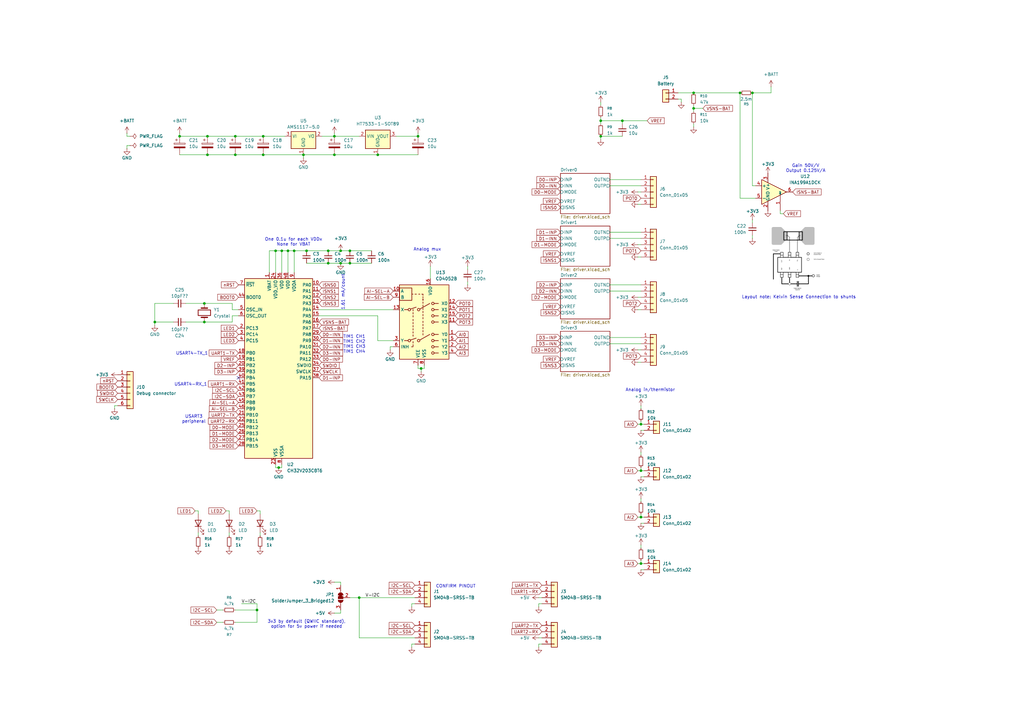
<source format=kicad_sch>
(kicad_sch (version 20250114) (generator "eeschema") (generator_version "9.0")
  (paper "A3")
  (text "Analog mux" (at 175.26 102.362 0) (effects (font (size 1.27 1.27))))
  (text "USART4-TX_1" (at 78.74 145.034 0) (effects (font (size 1.27 1.27))))
  (text "Analog in/thermistor" (at 266.7 160.02 0) (effects (font (size 1.27 1.27))))
  (text "USART4-RX_1" (at 78.232 157.734 0) (effects (font (size 1.27 1.27))))
  (text "Gain 50V/V\nOutput 0.125V/A" (at 330.454 69.088 0) (effects (font (size 1.27 1.27))))
  (text "1.61 mA/count" (at 140.716 119.888 90) (effects (font (size 1.27 1.27))))
  (text "Layout note: Kelvin Sense Connection to shunts" (at 327.66 121.92 0) (effects (font (size 1.27 1.27))))
  (text "CONFIRM PINOUT" (at 186.944 240.538 0) (effects (font (size 1.27 1.27))))
  (text "One 0.1u for each VDDx\nNone for VBAT" (at 120.396 99.314 0) (effects (font (size 1.27 1.27))))
  (text "3v3 by default (QWIIC standard),\noption for 5v power if needed" (at 125.73 256.032 0) (effects (font (size 1.27 1.27))))
  (text "USART3\nperipheral" (at 79.502 171.958 0) (effects (font (size 1.27 1.27))))
  (text "TIM1 CH1\nTIM1 CH2\nTIM1 CH3\nTIM1 CH4" (at 145.288 141.224 0) (effects (font (size 1.27 1.27))))
  (junction (at 83.82 132.08))
  (junction (at 120.65 102.87))
  (junction (at 308.61 38.1))
  (junction (at 255.27 49.53))
  (junction (at 246.38 49.53))
  (junction (at 134.62 102.87))
  (junction (at 107.95 63.5))
  (junction (at 262.89 231.14))
  (junction (at 139.7 102.87))
  (junction (at 115.57 102.87))
  (junction (at 284.48 44.45))
  (junction (at 83.82 124.46))
  (junction (at 262.89 193.04))
  (junction (at 105.41 250.19))
  (junction (at 85.09 63.5))
  (junction (at 139.7 107.95))
  (junction (at 85.09 55.88))
  (junction (at 303.53 38.1))
  (junction (at 96.52 55.88))
  (junction (at 143.51 102.87))
  (junction (at 137.16 63.5))
  (junction (at 171.45 55.88))
  (junction (at 172.72 151.13))
  (junction (at 63.5 132.08))
  (junction (at 262.89 173.99))
  (junction (at 107.95 55.88))
  (junction (at 96.52 63.5))
  (junction (at 124.46 63.5))
  (junction (at 147.32 245.11))
  (junction (at 114.3 191.77))
  (junction (at 143.51 107.95))
  (junction (at 118.11 102.87))
  (junction (at 284.48 38.1))
  (junction (at 125.73 102.87))
  (junction (at 262.89 212.09))
  (junction (at 246.38 55.88))
  (junction (at 134.62 107.95))
  (junction (at 154.94 63.5))
  (junction (at 113.03 102.87))
  (junction (at 137.16 55.88))
  (junction (at 73.66 55.88))
  (no_connect (at 97.79 154.94))
  (wire (pts (xy 73.66 63.5) (xy 85.09 63.5)))
  (wire (pts (xy 154.94 63.5) (xy 171.45 63.5)))
  (wire (pts (xy 120.65 102.87) (xy 125.73 102.87)))
  (wire (pts (xy 250.19 97.79) (xy 262.89 97.79)))
  (wire (pts (xy 97.79 129.54) (xy 95.25 129.54)))
  (wire (pts (xy 46.99 166.37) (xy 48.26 166.37)))
  (wire (pts (xy 118.11 111.76) (xy 118.11 102.87)))
  (wire (pts (xy 154.94 129.54) (xy 154.94 139.7)))
  (wire (pts (xy 139.7 107.95) (xy 143.51 107.95)))
  (wire (pts (xy 113.03 190.5) (xy 113.03 191.77)))
  (wire (pts (xy 262.89 214.63) (xy 264.16 214.63)))
  (wire (pts (xy 308.61 96.52) (xy 308.61 97.79)))
  (wire (pts (xy 63.5 132.08) (xy 63.5 133.35)))
  (wire (pts (xy 220.98 264.16) (xy 220.98 265.43)))
  (wire (pts (xy 96.52 55.88) (xy 107.95 55.88)))
  (wire (pts (xy 262.89 185.42) (xy 262.89 186.69)))
  (wire (pts (xy 168.91 247.65) (xy 168.91 248.92)))
  (wire (pts (xy 261.62 193.04) (xy 262.89 193.04)))
  (wire (pts (xy 220.98 261.62) (xy 222.25 261.62)))
  (wire (pts (xy 113.03 191.77) (xy 114.3 191.77)))
  (wire (pts (xy 255.27 50.8) (xy 255.27 49.53)))
  (wire (pts (xy 113.03 102.87) (xy 115.57 102.87)))
  (wire (pts (xy 107.95 63.5) (xy 124.46 63.5)))
  (wire (pts (xy 81.28 209.55) (xy 81.28 210.82)))
  (wire (pts (xy 261.62 143.51) (xy 262.89 143.51)))
  (wire (pts (xy 96.52 255.27) (xy 105.41 255.27)))
  (wire (pts (xy 143.51 107.95) (xy 152.4 107.95)))
  (wire (pts (xy 191.77 115.57) (xy 191.77 116.84)))
  (wire (pts (xy 261.62 100.33) (xy 262.89 100.33)))
  (wire (pts (xy 308.61 76.2) (xy 309.88 76.2)))
  (wire (pts (xy 52.07 59.69) (xy 52.07 60.96)))
  (wire (pts (xy 320.04 87.63) (xy 320.04 86.36)))
  (wire (pts (xy 113.03 111.76) (xy 113.03 102.87)))
  (wire (pts (xy 137.16 238.76) (xy 139.7 238.76)))
  (wire (pts (xy 107.95 55.88) (xy 116.84 55.88)))
  (wire (pts (xy 246.38 55.88) (xy 246.38 57.15)))
  (wire (pts (xy 110.49 111.76) (xy 110.49 102.87)))
  (wire (pts (xy 137.16 55.88) (xy 147.32 55.88)))
  (wire (pts (xy 303.53 81.28) (xy 309.88 81.28)))
  (wire (pts (xy 160.02 142.24) (xy 161.29 142.24)))
  (wire (pts (xy 264.16 193.04) (xy 262.89 193.04)))
  (wire (pts (xy 81.28 218.44) (xy 81.28 219.71)))
  (wire (pts (xy 52.07 54.61) (xy 52.07 55.88)))
  (wire (pts (xy 220.98 245.11) (xy 222.25 245.11)))
  (wire (pts (xy 261.62 231.14) (xy 262.89 231.14)))
  (wire (pts (xy 168.91 264.16) (xy 168.91 265.43)))
  (wire (pts (xy 246.38 49.53) (xy 246.38 50.8)))
  (wire (pts (xy 46.99 167.64) (xy 46.99 166.37)))
  (wire (pts (xy 115.57 102.87) (xy 118.11 102.87)))
  (wire (pts (xy 316.23 35.56) (xy 316.23 38.1)))
  (wire (pts (xy 106.68 218.44) (xy 106.68 219.71)))
  (wire (pts (xy 96.52 63.5) (xy 107.95 63.5)))
  (wire (pts (xy 134.62 107.95) (xy 139.7 107.95)))
  (wire (pts (xy 137.16 63.5) (xy 154.94 63.5)))
  (wire (pts (xy 52.07 55.88) (xy 53.34 55.88)))
  (wire (pts (xy 143.51 245.11) (xy 147.32 245.11)))
  (wire (pts (xy 262.89 204.47) (xy 262.89 205.74)))
  (wire (pts (xy 222.25 264.16) (xy 220.98 264.16)))
  (wire (pts (xy 105.41 247.65) (xy 99.06 247.65)))
  (wire (pts (xy 250.19 140.97) (xy 262.89 140.97)))
  (wire (pts (xy 261.62 212.09) (xy 262.89 212.09)))
  (wire (pts (xy 222.25 247.65) (xy 220.98 247.65)))
  (wire (pts (xy 321.31 87.63) (xy 320.04 87.63)))
  (wire (pts (xy 255.27 49.53) (xy 246.38 49.53)))
  (wire (pts (xy 278.13 38.1) (xy 284.48 38.1)))
  (wire (pts (xy 262.89 231.14) (xy 262.89 229.87)))
  (wire (pts (xy 137.16 55.88) (xy 132.08 55.88)))
  (wire (pts (xy 262.89 195.58) (xy 264.16 195.58)))
  (wire (pts (xy 154.94 139.7) (xy 161.29 139.7)))
  (wire (pts (xy 262.89 212.09) (xy 262.89 210.82)))
  (wire (pts (xy 139.7 102.87) (xy 143.51 102.87)))
  (wire (pts (xy 93.98 218.44) (xy 93.98 219.71)))
  (wire (pts (xy 88.9 255.27) (xy 91.44 255.27)))
  (wire (pts (xy 261.62 127) (xy 262.89 127)))
  (wire (pts (xy 124.46 63.5) (xy 137.16 63.5)))
  (wire (pts (xy 261.62 121.92) (xy 262.89 121.92)))
  (wire (pts (xy 130.81 129.54) (xy 154.94 129.54)))
  (wire (pts (xy 139.7 238.76) (xy 139.7 240.03)))
  (wire (pts (xy 191.77 109.22) (xy 191.77 110.49)))
  (wire (pts (xy 160.02 143.51) (xy 160.02 142.24)))
  (wire (pts (xy 250.19 73.66) (xy 262.89 73.66)))
  (wire (pts (xy 95.25 132.08) (xy 83.82 132.08)))
  (wire (pts (xy 261.62 148.59) (xy 262.89 148.59)))
  (wire (pts (xy 139.7 251.46) (xy 139.7 250.19)))
  (wire (pts (xy 73.66 55.88) (xy 85.09 55.88)))
  (wire (pts (xy 124.46 64.77) (xy 124.46 63.5)))
  (wire (pts (xy 261.62 173.99) (xy 262.89 173.99)))
  (wire (pts (xy 170.18 247.65) (xy 168.91 247.65)))
  (wire (pts (xy 71.12 124.46) (xy 63.5 124.46)))
  (wire (pts (xy 246.38 48.26) (xy 246.38 49.53)))
  (wire (pts (xy 115.57 102.87) (xy 115.57 111.76)))
  (wire (pts (xy 171.45 151.13) (xy 172.72 151.13)))
  (wire (pts (xy 80.01 209.55) (xy 81.28 209.55)))
  (wire (pts (xy 284.48 44.45) (xy 284.48 45.72)))
  (wire (pts (xy 284.48 50.8) (xy 284.48 52.07)))
  (wire (pts (xy 250.19 116.84) (xy 262.89 116.84)))
  (wire (pts (xy 261.62 83.82) (xy 262.89 83.82)))
  (wire (pts (xy 278.13 40.64) (xy 279.4 40.64)))
  (wire (pts (xy 162.56 55.88) (xy 171.45 55.88)))
  (wire (pts (xy 143.51 102.87) (xy 152.4 102.87)))
  (wire (pts (xy 137.16 251.46) (xy 139.7 251.46)))
  (wire (pts (xy 261.62 78.74) (xy 262.89 78.74)))
  (wire (pts (xy 262.89 166.37) (xy 262.89 167.64)))
  (wire (pts (xy 76.2 124.46) (xy 83.82 124.46)))
  (wire (pts (xy 250.19 76.2) (xy 262.89 76.2)))
  (wire (pts (xy 95.25 127) (xy 95.25 124.46)))
  (wire (pts (xy 63.5 124.46) (xy 63.5 132.08)))
  (wire (pts (xy 173.99 151.13) (xy 172.72 151.13)))
  (wire (pts (xy 125.73 102.87) (xy 134.62 102.87)))
  (wire (pts (xy 255.27 49.53) (xy 265.43 49.53)))
  (wire (pts (xy 284.48 38.1) (xy 303.53 38.1)))
  (wire (pts (xy 308.61 38.1) (xy 308.61 76.2)))
  (wire (pts (xy 114.3 191.77) (xy 115.57 191.77)))
  (wire (pts (xy 262.89 233.68) (xy 264.16 233.68)))
  (wire (pts (xy 220.98 247.65) (xy 220.98 248.92)))
  (wire (pts (xy 250.19 138.43) (xy 262.89 138.43)))
  (wire (pts (xy 93.98 209.55) (xy 92.71 209.55)))
  (wire (pts (xy 106.68 209.55) (xy 105.41 209.55)))
  (wire (pts (xy 120.65 102.87) (xy 120.65 111.76)))
  (wire (pts (xy 264.16 173.99) (xy 262.89 173.99)))
  (wire (pts (xy 97.79 127) (xy 95.25 127)))
  (wire (pts (xy 147.32 261.62) (xy 170.18 261.62)))
  (wire (pts (xy 308.61 38.1) (xy 316.23 38.1)))
  (wire (pts (xy 284.48 43.18) (xy 284.48 44.45)))
  (wire (pts (xy 176.53 109.22) (xy 176.53 114.3)))
  (wire (pts (xy 88.9 250.19) (xy 91.44 250.19)))
  (wire (pts (xy 262.89 193.04) (xy 262.89 191.77)))
  (wire (pts (xy 284.48 44.45) (xy 288.29 44.45)))
  (wire (pts (xy 105.41 250.19) (xy 105.41 247.65)))
  (wire (pts (xy 303.53 38.1) (xy 303.53 81.28)))
  (wire (pts (xy 95.25 124.46) (xy 83.82 124.46)))
  (wire (pts (xy 264.16 212.09) (xy 262.89 212.09)))
  (wire (pts (xy 137.16 54.61) (xy 137.16 55.88)))
  (wire (pts (xy 96.52 250.19) (xy 105.41 250.19)))
  (wire (pts (xy 85.09 55.88) (xy 96.52 55.88)))
  (wire (pts (xy 118.11 102.87) (xy 120.65 102.87)))
  (wire (pts (xy 261.62 105.41) (xy 262.89 105.41)))
  (wire (pts (xy 147.32 261.62) (xy 147.32 245.11)))
  (wire (pts (xy 170.18 264.16) (xy 168.91 264.16)))
  (wire (pts (xy 105.41 255.27) (xy 105.41 250.19)))
  (wire (pts (xy 308.61 90.17) (xy 308.61 91.44)))
  (wire (pts (xy 106.68 210.82) (xy 106.68 209.55)))
  (wire (pts (xy 110.49 102.87) (xy 113.03 102.87)))
  (wire (pts (xy 93.98 210.82) (xy 93.98 209.55)))
  (wire (pts (xy 172.72 152.4) (xy 172.72 151.13)))
  (wire (pts (xy 250.19 95.25) (xy 262.89 95.25)))
  (wire (pts (xy 95.25 129.54) (xy 95.25 132.08)))
  (wire (pts (xy 264.16 231.14) (xy 262.89 231.14)))
  (wire (pts (xy 262.89 173.99) (xy 262.89 172.72)))
  (wire (pts (xy 125.73 107.95) (xy 134.62 107.95)))
  (wire (pts (xy 85.09 63.5) (xy 96.52 63.5)))
  (wire (pts (xy 246.38 41.91) (xy 246.38 43.18)))
  (wire (pts (xy 147.32 245.11) (xy 170.18 245.11)))
  (wire (pts (xy 171.45 149.86) (xy 171.45 151.13)))
  (wire (pts (xy 130.81 127) (xy 161.29 127)))
  (wire (pts (xy 134.62 102.87) (xy 139.7 102.87)))
  (wire (pts (xy 71.12 132.08) (xy 63.5 132.08)))
  (wire (pts (xy 262.89 223.52) (xy 262.89 224.79)))
  (wire (pts (xy 173.99 149.86) (xy 173.99 151.13)))
  (wire (pts (xy 279.4 40.64) (xy 279.4 41.91)))
  (wire (pts (xy 262.89 176.53) (xy 264.16 176.53)))
  (wire (pts (xy 73.66 54.61) (xy 73.66 55.88)))
  (wire (pts (xy 53.34 59.69) (xy 52.07 59.69)))
  (wire (pts (xy 246.38 55.88) (xy 255.27 55.88)))
  (wire (pts (xy 171.45 55.88) (xy 171.45 54.61)))
  (wire (pts (xy 115.57 191.77) (xy 115.57 190.5)))
  (wire (pts (xy 250.19 119.38) (xy 262.89 119.38)))
  (wire (pts (xy 76.2 132.08) (xy 83.82 132.08)))
  (image (at 327.152 106.172) (scale 0.228954))
  (label "V-I2C" (at 99.06 247.65 0))
  (label "V-I2C" (at 149.86 245.11 0))
  (global_label "D1-MODE" (shape input) (at 229.87 100.33 180) (property "Intersheetrefs" "${INTERSHEET_REFS}" (effects (hide yes))))
  (global_label "D1-INN" (shape input) (at 229.87 97.79 180) (property "Intersheetrefs" "${INTERSHEET_REFS}" (effects (hide yes))))
  (global_label "AI-SEL-A" (shape input) (at 161.29 119.38 180) (property "Intersheetrefs" "${INTERSHEET_REFS}" (effects (hide yes))))
  (global_label "D3-INN" (shape input) (at 229.87 140.97 180) (property "Intersheetrefs" "${INTERSHEET_REFS}" (effects (hide yes))))
  (global_label "D3-INP" (shape input) (at 97.79 152.4 180) (property "Intersheetrefs" "${INTERSHEET_REFS}" (effects (hide yes))))
  (global_label "D1-INP" (shape input) (at 229.87 95.25 180) (property "Intersheetrefs" "${INTERSHEET_REFS}" (effects (hide yes))))
  (global_label "D0-INP" (shape input) (at 229.87 73.66 180) (property "Intersheetrefs" "${INTERSHEET_REFS}" (effects (hide yes))))
  (global_label "VREF" (shape input) (at 229.87 125.73 180) (property "Intersheetrefs" "${INTERSHEET_REFS}" (effects (hide yes))))
  (global_label "D0-INN" (shape input) (at 130.81 137.16 0) (property "Intersheetrefs" "${INTERSHEET_REFS}" (effects (hide yes))))
  (global_label "VREF" (shape input) (at 321.31 87.63 0) (property "Intersheetrefs" "${INTERSHEET_REFS}" (effects (hide yes))))
  (global_label "BOOT0" (shape input) (at 48.26 158.75 180) (property "Intersheetrefs" "${INTERSHEET_REFS}" (effects (hide yes))))
  (global_label "POT1" (shape input) (at 186.69 127 0) (property "Intersheetrefs" "${INTERSHEET_REFS}" (effects (hide yes))))
  (global_label "I2C-SDA" (shape input) (at 170.18 242.57 180) (property "Intersheetrefs" "${INTERSHEET_REFS}" (effects (hide yes))))
  (global_label "D3-INN" (shape input) (at 130.81 144.78 0) (property "Intersheetrefs" "${INTERSHEET_REFS}" (effects (hide yes))))
  (global_label "SWDIO" (shape input) (at 130.81 149.86 0) (property "Intersheetrefs" "${INTERSHEET_REFS}" (effects (hide yes))))
  (global_label "ISNS1" (shape input) (at 130.81 119.38 0) (property "Intersheetrefs" "${INTERSHEET_REFS}" (effects (hide yes))))
  (global_label "AI0" (shape input) (at 186.69 137.16 0) (property "Intersheetrefs" "${INTERSHEET_REFS}" (effects (hide yes))))
  (global_label "POT3" (shape input) (at 262.89 146.05 180) (property "Intersheetrefs" "${INTERSHEET_REFS}" (effects (hide yes))))
  (global_label "I2C-SCL" (shape input) (at 170.18 256.54 180) (property "Intersheetrefs" "${INTERSHEET_REFS}" (effects (hide yes))))
  (global_label "AI2" (shape input) (at 261.62 212.09 180) (property "Intersheetrefs" "${INTERSHEET_REFS}" (effects (hide yes))))
  (global_label "ISNS2" (shape input) (at 130.81 121.92 0) (property "Intersheetrefs" "${INTERSHEET_REFS}" (effects (hide yes))))
  (global_label "I2C-SDA" (shape input) (at 97.79 162.56 180) (property "Intersheetrefs" "${INTERSHEET_REFS}" (effects (hide yes))))
  (global_label "SWCLK" (shape input) (at 130.81 152.4 0) (property "Intersheetrefs" "${INTERSHEET_REFS}" (effects (hide yes))))
  (global_label "POT2" (shape input) (at 186.69 129.54 0) (property "Intersheetrefs" "${INTERSHEET_REFS}" (effects (hide yes))))
  (global_label "D1-MODE" (shape input) (at 97.79 177.8 180) (property "Intersheetrefs" "${INTERSHEET_REFS}" (effects (hide yes))))
  (global_label "UART1-TX" (shape input) (at 97.79 144.78 180) (property "Intersheetrefs" "${INTERSHEET_REFS}" (effects (hide yes))))
  (global_label "ISNS3" (shape input) (at 130.81 124.46 0) (property "Intersheetrefs" "${INTERSHEET_REFS}" (effects (hide yes))))
  (global_label "D2-MODE" (shape input) (at 229.87 121.92 180) (property "Intersheetrefs" "${INTERSHEET_REFS}" (effects (hide yes))))
  (global_label "LED2" (shape input) (at 92.71 209.55 180) (property "Intersheetrefs" "${INTERSHEET_REFS}" (effects (hide yes))))
  (global_label "POT1" (shape input) (at 262.89 102.87 180) (property "Intersheetrefs" "${INTERSHEET_REFS}" (effects (hide yes))))
  (global_label "AI-SEL-B" (shape input) (at 161.29 121.92 180) (property "Intersheetrefs" "${INTERSHEET_REFS}" (effects (hide yes))))
  (global_label "POT0" (shape input) (at 262.89 81.28 180) (property "Intersheetrefs" "${INTERSHEET_REFS}" (effects (hide yes))))
  (global_label "VSNS-BAT" (shape input) (at 288.29 44.45 0) (property "Intersheetrefs" "${INTERSHEET_REFS}" (effects (hide yes))))
  (global_label "UART2-TX" (shape input) (at 97.79 170.18 180) (property "Intersheetrefs" "${INTERSHEET_REFS}" (effects (hide yes))))
  (global_label "LED1" (shape input) (at 80.01 209.55 180) (property "Intersheetrefs" "${INTERSHEET_REFS}" (effects (hide yes))))
  (global_label "LED1" (shape input) (at 97.79 134.62 180) (property "Intersheetrefs" "${INTERSHEET_REFS}" (effects (hide yes))))
  (global_label "UART2-RX" (shape input) (at 97.79 172.72 180) (property "Intersheetrefs" "${INTERSHEET_REFS}" (effects (hide yes))))
  (global_label "D2-INP" (shape input) (at 229.87 116.84 180) (property "Intersheetrefs" "${INTERSHEET_REFS}" (effects (hide yes))))
  (global_label "LED2" (shape input) (at 97.79 137.16 180) (property "Intersheetrefs" "${INTERSHEET_REFS}" (effects (hide yes))))
  (global_label "I2C-SCL" (shape input) (at 88.9 250.19 180) (property "Intersheetrefs" "${INTERSHEET_REFS}" (effects (hide yes))))
  (global_label "ISNS3" (shape input) (at 229.87 149.86 180) (property "Intersheetrefs" "${INTERSHEET_REFS}" (effects (hide yes))))
  (global_label "ISNS-BAT" (shape input) (at 325.12 78.74 0) (property "Intersheetrefs" "${INTERSHEET_REFS}" (effects (hide yes))))
  (global_label "POT3" (shape input) (at 186.69 132.08 0) (property "Intersheetrefs" "${INTERSHEET_REFS}" (effects (hide yes))))
  (global_label "D2-MODE" (shape input) (at 97.79 180.34 180) (property "Intersheetrefs" "${INTERSHEET_REFS}" (effects (hide yes))))
  (global_label "ISNS2" (shape input) (at 229.87 128.27 180) (property "Intersheetrefs" "${INTERSHEET_REFS}" (effects (hide yes))))
  (global_label "AI2" (shape input) (at 186.69 142.24 0) (property "Intersheetrefs" "${INTERSHEET_REFS}" (effects (hide yes))))
  (global_label "D0-INN" (shape input) (at 229.87 76.2 180) (property "Intersheetrefs" "${INTERSHEET_REFS}" (effects (hide yes))))
  (global_label "I2C-SDA" (shape input) (at 170.18 259.08 180) (property "Intersheetrefs" "${INTERSHEET_REFS}" (effects (hide yes))))
  (global_label "AI1" (shape input) (at 186.69 139.7 0) (property "Intersheetrefs" "${INTERSHEET_REFS}" (effects (hide yes))))
  (global_label "VSNS-BAT" (shape input) (at 130.81 132.08 0) (property "Intersheetrefs" "${INTERSHEET_REFS}" (effects (hide yes))))
  (global_label "UART2-TX" (shape input) (at 222.25 256.54 180) (property "Intersheetrefs" "${INTERSHEET_REFS}" (effects (hide yes))))
  (global_label "AI1" (shape input) (at 261.62 193.04 180) (property "Intersheetrefs" "${INTERSHEET_REFS}" (effects (hide yes))))
  (global_label "D2-INN" (shape input) (at 229.87 119.38 180) (property "Intersheetrefs" "${INTERSHEET_REFS}" (effects (hide yes))))
  (global_label "AI3" (shape input) (at 186.69 144.78 0) (property "Intersheetrefs" "${INTERSHEET_REFS}" (effects (hide yes))))
  (global_label "ISNS1" (shape input) (at 229.87 106.68 180) (property "Intersheetrefs" "${INTERSHEET_REFS}" (effects (hide yes))))
  (global_label "UART1-TX" (shape input) (at 222.25 240.03 180) (property "Intersheetrefs" "${INTERSHEET_REFS}" (effects (hide yes))))
  (global_label "VREF" (shape input) (at 229.87 82.55 180) (property "Intersheetrefs" "${INTERSHEET_REFS}" (effects (hide yes))))
  (global_label "D0-INP" (shape input) (at 130.81 147.32 0) (property "Intersheetrefs" "${INTERSHEET_REFS}" (effects (hide yes))))
  (global_label "SWCLK" (shape input) (at 48.26 163.83 180) (property "Intersheetrefs" "${INTERSHEET_REFS}" (effects (hide yes))))
  (global_label "nRST" (shape input) (at 48.26 156.21 180) (property "Intersheetrefs" "${INTERSHEET_REFS}" (effects (hide yes))))
  (global_label "VREF" (shape input) (at 97.79 147.32 180) (property "Intersheetrefs" "${INTERSHEET_REFS}" (effects (hide yes))))
  (global_label "I2C-SDA" (shape input) (at 88.9 255.27 180) (property "Intersheetrefs" "${INTERSHEET_REFS}" (effects (hide yes))))
  (global_label "SWDIO" (shape input) (at 48.26 161.29 180) (property "Intersheetrefs" "${INTERSHEET_REFS}" (effects (hide yes))))
  (global_label "VREF" (shape input) (at 229.87 147.32 180) (property "Intersheetrefs" "${INTERSHEET_REFS}" (effects (hide yes))))
  (global_label "UART1-RX" (shape input) (at 97.79 157.48 180) (property "Intersheetrefs" "${INTERSHEET_REFS}" (effects (hide yes))))
  (global_label "AI3" (shape input) (at 261.62 231.14 180) (property "Intersheetrefs" "${INTERSHEET_REFS}" (effects (hide yes))))
  (global_label "VREF" (shape input) (at 265.43 49.53 0) (property "Intersheetrefs" "${INTERSHEET_REFS}" (effects (hide yes))))
  (global_label "nRST" (shape input) (at 97.79 116.84 180) (property "Intersheetrefs" "${INTERSHEET_REFS}" (effects (hide yes))))
  (global_label "D1-INN" (shape input) (at 130.81 139.7 0) (property "Intersheetrefs" "${INTERSHEET_REFS}" (effects (hide yes))))
  (global_label "D2-INN" (shape input) (at 130.81 142.24 0) (property "Intersheetrefs" "${INTERSHEET_REFS}" (effects (hide yes))))
  (global_label "AI0" (shape input) (at 261.62 173.99 180) (property "Intersheetrefs" "${INTERSHEET_REFS}" (effects (hide yes))))
  (global_label "VREF" (shape input) (at 229.87 104.14 180) (property "Intersheetrefs" "${INTERSHEET_REFS}" (effects (hide yes))))
  (global_label "LED3" (shape input) (at 105.41 209.55 180) (property "Intersheetrefs" "${INTERSHEET_REFS}" (effects (hide yes))))
  (global_label "UART2-RX" (shape input) (at 222.25 259.08 180) (property "Intersheetrefs" "${INTERSHEET_REFS}" (effects (hide yes))))
  (global_label "D3-INP" (shape input) (at 229.87 138.43 180) (property "Intersheetrefs" "${INTERSHEET_REFS}" (effects (hide yes))))
  (global_label "D2-INP" (shape input) (at 97.79 149.86 180) (property "Intersheetrefs" "${INTERSHEET_REFS}" (effects (hide yes))))
  (global_label "POT2" (shape input) (at 262.89 124.46 180) (property "Intersheetrefs" "${INTERSHEET_REFS}" (effects (hide yes))))
  (global_label "UART1-RX" (shape input) (at 222.25 242.57 180) (property "Intersheetrefs" "${INTERSHEET_REFS}" (effects (hide yes))))
  (global_label "D1-INP" (shape input) (at 130.81 154.94 0) (property "Intersheetrefs" "${INTERSHEET_REFS}" (effects (hide yes))))
  (global_label "D3-MODE" (shape input) (at 97.79 182.88 180) (property "Intersheetrefs" "${INTERSHEET_REFS}" (effects (hide yes))))
  (global_label "AI-SEL-A" (shape input) (at 97.79 165.1 180) (property "Intersheetrefs" "${INTERSHEET_REFS}" (effects (hide yes))))
  (global_label "D0-MODE" (shape input) (at 97.79 175.26 180) (property "Intersheetrefs" "${INTERSHEET_REFS}" (effects (hide yes))))
  (global_label "I2C-SCL" (shape input) (at 170.18 240.03 180) (property "Intersheetrefs" "${INTERSHEET_REFS}" (effects (hide yes))))
  (global_label "LED3" (shape input) (at 97.79 139.7 180) (property "Intersheetrefs" "${INTERSHEET_REFS}" (effects (hide yes))))
  (global_label "D3-MODE" (shape input) (at 229.87 143.51 180) (property "Intersheetrefs" "${INTERSHEET_REFS}" (effects (hide yes))))
  (global_label "I2C-SCL" (shape input) (at 97.79 160.02 180) (property "Intersheetrefs" "${INTERSHEET_REFS}" (effects (hide yes))))
  (global_label "ISNS0" (shape input) (at 229.87 85.09 180) (property "Intersheetrefs" "${INTERSHEET_REFS}" (effects (hide yes))))
  (global_label "ISNS-BAT" (shape input) (at 130.81 134.62 0) (property "Intersheetrefs" "${INTERSHEET_REFS}" (effects (hide yes))))
  (global_label "AI-SEL-B" (shape input) (at 97.79 167.64 180) (property "Intersheetrefs" "${INTERSHEET_REFS}" (effects (hide yes))))
  (global_label "D0-MODE" (shape input) (at 229.87 78.74 180) (property "Intersheetrefs" "${INTERSHEET_REFS}" (effects (hide yes))))
  (global_label "POT0" (shape input) (at 186.69 124.46 0) (property "Intersheetrefs" "${INTERSHEET_REFS}" (effects (hide yes))))
  (global_label "ISNS0" (shape input) (at 130.81 116.84 0) (property "Intersheetrefs" "${INTERSHEET_REFS}" (effects (hide yes))))
  (global_label "BOOT0" (shape input) (at 97.79 121.92 180) (property "Intersheetrefs" "${INTERSHEET_REFS}" (effects (hide yes))))
  (symbol (lib_name "R_Small_1") (lib_id "Device:R_Small") (at 306.07 38.1 270) (mirror x) (unit 1)
    (property "Reference" "R5" (at 306.07 42.672 90) (effects (font (size 1.016 1.016))))
    (property "Value" "2.5m" (at 306.07 40.64 90))
    (property "Footprint" "Resistor_SMD:R_0805_2012Metric" (effects (hide yes)))
    (property "Description" "Resistor, small symbol" (effects (hide yes)))
    (property "LCSC" "C728266" (effects (hide yes)))
  )
  (symbol (lib_id "power:+3V3") (at 171.45 54.61 0) (unit 1)
    (property "Reference" "#PWR013" (effects (hide yes)))
    (property "Value" "+3V3" (at 171.45 49.53 0))
    (property "Description" "Power symbol creates a global label with name \"+3V3\"" (effects (hide yes)))
  )
  (symbol (lib_id "power:+3V3") (at 262.89 223.52 0) (unit 1)
    (property "Reference" "#PWR079" (effects (hide yes)))
    (property "Value" "+3V3" (at 262.89 219.71 0))
    (property "Description" "Power symbol creates a global label with name \"+3V3\"" (effects (hide yes)))
  )
  (symbol (lib_id "power:GND") (at 81.28 224.79 0) (unit 1)
    (property "Reference" "#PWR045" (effects (hide yes)))
    (property "Value" "GND" (effects (hide yes)))
    (property "Description" "Power symbol creates a global label with name \"GND\" , ground" (effects (hide yes)))
  )
  (symbol (lib_id "Connector_Generic:Conn_01x05") (at 267.97 78.74 0) (unit 1)
    (property "Reference" "J6" (at 270.51 77.4699 0) (effects (justify left)))
    (property "Value" "Conn_01x05" (at 270.51 80.0099 0) (effects (justify left)))
    (property "Footprint" "Connector_JST:JST_ZH_B5B-ZR_1x05_P1.50mm_Vertical" (effects (hide yes)))
    (property "Description" "Generic connector, single row, 01x05, script generated (kicad-library-utils/schlib/autogen/connector/)" (effects (hide yes)))
  )
  (symbol (lib_id "power:GND") (at 168.91 248.92 0) (unit 1)
    (property "Reference" "#PWR042" (effects (hide yes)))
    (property "Value" "GND" (effects (hide yes)))
    (property "Description" "Power symbol creates a global label with name \"GND\" , ground" (effects (hide yes)))
  )
  (symbol (lib_id "power:+3V3") (at 262.89 204.47 0) (unit 1)
    (property "Reference" "#PWR077" (effects (hide yes)))
    (property "Value" "+3V3" (at 262.89 200.66 0))
    (property "Description" "Power symbol creates a global label with name \"+3V3\"" (effects (hide yes)))
  )
  (symbol (lib_id "power:GND") (at 261.62 127 270) (unit 1)
    (property "Reference" "#PWR065" (effects (hide yes)))
    (property "Value" "GND" (effects (hide yes)))
    (property "Description" "Power symbol creates a global label with name \"GND\" , ground" (effects (hide yes)))
  )
  (symbol (lib_id "Regulator_Linear:AMS1117-5.0") (at 124.46 55.88 0) (unit 1)
    (property "Reference" "U5" (at 124.46 49.53 0))
    (property "Value" "AMS1117-5.0" (at 124.46 52.07 0))
    (property "Footprint" "Package_TO_SOT_SMD:SOT-223-3_TabPin2" (effects (hide yes)))
    (property "Datasheet" "http://www.advanced-monolithic.com/pdf/ds1117.pdf" (effects (hide yes)))
    (property "Description" "1A Low Dropout regulator, positive, 5.0V fixed output, SOT-223" (effects (hide yes)))
    (property "LCSC" "C6187" (effects (hide yes)))
  )
  (symbol (lib_id "Jumper:SolderJumper_3_Bridged12") (at 139.7 245.11 90) (mirror x) (unit 1) (in_bom no)
    (property "Reference" "JP1" (at 137.16 243.8399 90) (effects (justify left)))
    (property "Value" "SolderJumper_3_Bridged12" (at 137.16 246.3799 90) (effects (justify left)))
    (property "Footprint" "Jumper:SolderJumper-3_P1.3mm_Bridged12_RoundedPad1.0x1.5mm" (effects (hide yes)))
    (property "Description" "3-pole Solder Jumper, pins 1+2 closed/bridged" (effects (hide yes)))
  )
  (symbol (lib_id "power:GND") (at 191.77 116.84 0) (unit 1)
    (property "Reference" "#PWR085" (effects (hide yes)))
    (property "Value" "GND" (effects (hide yes)))
    (property "Description" "Power symbol creates a global label with name \"GND\" , ground" (effects (hide yes)))
  )
  (symbol (lib_id "MCU_WCH_CH32V2:CH32V203CxTx") (at 113.03 149.86 0) (unit 1)
    (property "Reference" "U2" (at 117.7133 190.5 0) (effects (justify left)))
    (property "Value" "CH32V203C8T6" (at 117.7133 193.04 0) (effects (justify left)))
    (property "Footprint" "Package_QFP:LQFP-48_7x7mm_P0.5mm" (effects (hide yes)))
    (property "Datasheet" "https://www.wch-ic.com/products/CH32V203.html" (effects (hide yes)))
    (property "Description" "The CH32V203 is an industrial-grade enhanced low-power general-purpose MCU based on 32-bit RISC-V core." (effects (hide yes)))
    (property "LCSC" "C3001172" (effects (hide yes)))
  )
  (symbol (lib_id "power:GND") (at 160.02 143.51 0) (unit 1)
    (property "Reference" "#PWR081" (effects (hide yes)))
    (property "Value" "GND" (at 160.02 147.32 0))
    (property "Description" "Power symbol creates a global label with name \"GND\" , ground" (effects (hide yes)))
  )
  (symbol (lib_id "Device:R_Small") (at 262.89 189.23 0) (unit 1)
    (property "Reference" "R13" (at 265.43 187.9599 0) (effects (font (size 1.016 1.016)) (justify left)))
    (property "Value" "10k" (at 265.43 190.4999 0) (effects (justify left)))
    (property "Footprint" "Resistor_SMD:R_0402_1005Metric" (effects (hide yes)))
    (property "Description" "Resistor, small symbol" (effects (hide yes)))
    (property "LCSC" "C25744" (effects (hide yes)))
  )
  (symbol (lib_id "power:GND") (at 52.07 60.96 0) (unit 1)
    (property "Reference" "#PWR088" (effects (hide yes)))
    (property "Value" "GND" (at 52.07 64.77 0))
    (property "Description" "Power symbol creates a global label with name \"GND\" , ground" (effects (hide yes)))
  )
  (symbol (lib_id "Device:R_Small") (at 284.48 40.64 0) (unit 1)
    (property "Reference" "R10" (at 287.02 39.3699 0) (effects (font (size 1.016 1.016)) (justify left)))
    (property "Value" "47k" (at 287.02 41.9099 0) (effects (justify left)))
    (property "Footprint" "Resistor_SMD:R_0402_1005Metric" (effects (hide yes)))
    (property "Description" "Resistor, small symbol" (effects (hide yes)))
    (property "LCSC" "C25792" (effects (hide yes)))
  )
  (symbol (lib_id "Connector_Generic:Conn_01x04") (at 175.26 259.08 0) (unit 1)
    (property "Reference" "J2" (at 177.8 259.0799 0) (effects (justify left)))
    (property "Value" "SM04B-SRSS-TB" (at 177.8 261.6199 0) (effects (justify left)))
    (property "Footprint" "Connector_JST:JST_ZH_B4B-ZR_1x04_P1.50mm_Vertical" (effects (hide yes)))
    (property "Description" "Generic connector, single row, 01x04, script generated (kicad-library-utils/schlib/autogen/connector/)" (effects (hide yes)))
  )
  (symbol (lib_id "Device:C_Polarized") (at 171.45 59.69 0) (unit 1)
    (property "Reference" "C23" (at 175.26 57.5309 0) (effects (justify left)))
    (property "Value" "10u" (at 175.26 60.0709 0) (effects (justify left)))
    (property "Footprint" "Capacitor_Tantalum_SMD:CP_EIA-3216-18_Kemet-A" (effects (hide yes)))
    (property "Description" "Polarized capacitor" (effects (hide yes)))
    (property "LCSC" "C7171" (effects (hide yes)))
  )
  (symbol (lib_id "Device:R_Small") (at 246.38 53.34 0) (unit 1)
    (property "Reference" "R9" (at 248.92 52.0699 0) (effects (font (size 1.016 1.016)) (justify left)))
    (property "Value" "1k" (at 248.92 54.6099 0) (effects (justify left)))
    (property "Footprint" "Resistor_SMD:R_0402_1005Metric" (effects (hide yes)))
    (property "Description" "Resistor, small symbol" (effects (hide yes)))
    (property "LCSC" "C11702" (effects (hide yes)))
  )
  (symbol (lib_id "Connector_Generic:Conn_01x02") (at 273.05 38.1 0) (mirror y) (unit 1)
    (property "Reference" "J5" (at 273.05 31.75 0))
    (property "Value" "Battery" (at 273.05 34.29 0))
    (property "Footprint" "Connector_Wire:SolderWire-1sqmm_1x02_P7.8mm_D1.4mm_OD3.9mm" (effects (hide yes)))
    (property "Description" "Generic connector, single row, 01x02, script generated (kicad-library-utils/schlib/autogen/connector/)" (effects (hide yes)))
  )
  (symbol (lib_id "power:GND") (at 124.46 64.77 0) (unit 1)
    (property "Reference" "#PWR023" (effects (hide yes)))
    (property "Value" "GND" (at 124.46 68.58 0))
    (property "Description" "Power symbol creates a global label with name \"GND\" , ground" (effects (hide yes)))
  )
  (symbol (lib_id "Device:R_Small") (at 262.89 227.33 0) (unit 1)
    (property "Reference" "R15" (at 265.43 226.0599 0) (effects (font (size 1.016 1.016)) (justify left)))
    (property "Value" "10k" (at 265.43 228.5999 0) (effects (justify left)))
    (property "Footprint" "Resistor_SMD:R_0402_1005Metric" (effects (hide yes)))
    (property "Description" "Resistor, small symbol" (effects (hide yes)))
    (property "LCSC" "C25744" (effects (hide yes)))
  )
  (symbol (lib_id "power:GND") (at 106.68 224.79 0) (unit 1)
    (property "Reference" "#PWR087" (effects (hide yes)))
    (property "Value" "GND" (effects (hide yes)))
    (property "Description" "Power symbol creates a global label with name \"GND\" , ground" (effects (hide yes)))
  )
  (symbol (lib_id "power:+5V") (at 137.16 54.61 0) (unit 1)
    (property "Reference" "#PWR22" (effects (hide yes)))
    (property "Value" "+5V" (at 137.16 49.53 0))
    (property "Description" "Power symbol creates a global label with name \"+5V\"" (effects (hide yes)))
  )
  (symbol (lib_id "power:GND") (at 261.62 148.59 270) (unit 1)
    (property "Reference" "#PWR067" (effects (hide yes)))
    (property "Value" "GND" (effects (hide yes)))
    (property "Description" "Power symbol creates a global label with name \"GND\" , ground" (effects (hide yes)))
  )
  (symbol (lib_id "Device:C_Polarized") (at 85.09 59.69 0) (unit 1)
    (property "Reference" "C20" (at 88.9 57.5309 0) (effects (justify left)))
    (property "Value" "10u" (at 88.9 60.0709 0) (effects (justify left)))
    (property "Footprint" "Capacitor_Tantalum_SMD:CP_EIA-3216-18_Kemet-A" (effects (hide yes)))
    (property "Description" "Polarized capacitor" (effects (hide yes)))
    (property "LCSC" "C7171" (effects (hide yes)))
  )
  (symbol (lib_id "Connector_Generic:Conn_01x04") (at 227.33 242.57 0) (unit 1)
    (property "Reference" "J3" (at 229.87 242.5699 0) (effects (justify left)))
    (property "Value" "SM04B-SRSS-TB" (at 229.87 245.1099 0) (effects (justify left)))
    (property "Footprint" "Connector_JST:JST_ZH_B4B-ZR_1x04_P1.50mm_Vertical" (effects (hide yes)))
    (property "Description" "Generic connector, single row, 01x04, script generated (kicad-library-utils/schlib/autogen/connector/)" (effects (hide yes)))
  )
  (symbol (lib_id "power:+3V3") (at 137.16 238.76 90) (unit 1)
    (property "Reference" "#PWR043" (effects (hide yes)))
    (property "Value" "+3V3" (at 133.35 238.7599 90) (effects (justify left)))
    (property "Description" "Power symbol creates a global label with name \"+3V3\"" (effects (hide yes)))
  )
  (symbol (lib_id "Device:C_Small") (at 255.27 53.34 0) (unit 1)
    (property "Reference" "C26" (at 257.81 52.0762 0) (effects (justify left)))
    (property "Value" "10u" (at 257.81 54.6162 0) (effects (justify left)))
    (property "Footprint" "Capacitor_SMD:C_0603_1608Metric" (effects (hide yes)))
    (property "Description" "Unpolarized capacitor, small symbol" (effects (hide yes)))
    (property "LCSC" "C19702" (effects (hide yes)))
  )
  (symbol (lib_id "power:GND") (at 139.7 107.95 0) (unit 1)
    (property "Reference" "#PWR014" (effects (hide yes)))
    (property "Value" "GND" (at 139.7 111.76 0))
    (property "Description" "Power symbol creates a global label with name \"GND\" , ground" (effects (hide yes)))
  )
  (symbol (lib_id "power:GND") (at 246.38 57.15 0) (unit 1)
    (property "Reference" "#PWR068" (effects (hide yes)))
    (property "Value" "GND" (effects (hide yes)))
    (property "Description" "Power symbol creates a global label with name \"GND\" , ground" (effects (hide yes)))
  )
  (symbol (lib_id "power:GND") (at 261.62 83.82 270) (unit 1)
    (property "Reference" "#PWR061" (effects (hide yes)))
    (property "Value" "GND" (effects (hide yes)))
    (property "Description" "Power symbol creates a global label with name \"GND\" , ground" (effects (hide yes)))
  )
  (symbol (lib_id "Device:C_Small") (at 134.62 105.41 0) (unit 1)
    (property "Reference" "C4" (at 137.16 104.1462 0) (effects (justify left)))
    (property "Value" "100n" (at 137.16 106.6862 0) (effects (justify left)))
    (property "Footprint" "Capacitor_SMD:C_0402_1005Metric" (effects (hide yes)))
    (property "Description" "Unpolarized capacitor, small symbol" (effects (hide yes)))
    (property "LCSC" "C307331" (effects (hide yes)))
  )
  (symbol (lib_id "Connector_Generic:Conn_01x05") (at 267.97 100.33 0) (unit 1)
    (property "Reference" "J7" (at 270.51 99.0599 0) (effects (justify left)))
    (property "Value" "Conn_01x05" (at 270.51 101.5999 0) (effects (justify left)))
    (property "Footprint" "Connector_JST:JST_ZH_B5B-ZR_1x05_P1.50mm_Vertical" (effects (hide yes)))
    (property "Description" "Generic connector, single row, 01x05, script generated (kicad-library-utils/schlib/autogen/connector/)" (effects (hide yes)))
  )
  (symbol (lib_id "Connector_Generic:Conn_01x04") (at 227.33 259.08 0) (unit 1)
    (property "Reference" "J4" (at 229.87 259.0799 0) (effects (justify left)))
    (property "Value" "SM04B-SRSS-TB" (at 229.87 261.6199 0) (effects (justify left)))
    (property "Footprint" "Connector_JST:JST_ZH_B4B-ZR_1x04_P1.50mm_Vertical" (effects (hide yes)))
    (property "Description" "Generic connector, single row, 01x04, script generated (kicad-library-utils/schlib/autogen/connector/)" (effects (hide yes)))
  )
  (symbol (lib_id "Regulator_Linear:HT75xx-1-SOT89") (at 154.94 58.42 0) (unit 1)
    (property "Reference" "U3" (at 154.94 48.26 0))
    (property "Value" "HT7533-1-SOT89" (at 154.94 50.8 0))
    (property "Footprint" "Package_TO_SOT_SMD:SOT-89-3" (effects (hide yes)))
    (property "Datasheet" "https://www.holtek.com/documents/10179/116711/HT75xx-1v250.pdf" (effects (hide yes)))
    (property "Description" "100mA Low Dropout Voltage Regulator, Fixed Output, SOT89" (effects (hide yes)))
    (property "LCSC" "C14289" (effects (hide yes)))
  )
  (symbol (lib_id "Device:C_Polarized") (at 96.52 59.69 0) (unit 1)
    (property "Reference" "C19" (at 100.33 57.5309 0) (effects (justify left)))
    (property "Value" "10u" (at 100.33 60.0709 0) (effects (justify left)))
    (property "Footprint" "Capacitor_Tantalum_SMD:CP_EIA-3216-18_Kemet-A" (effects (hide yes)))
    (property "Description" "Polarized capacitor" (effects (hide yes)))
    (property "LCSC" "C7171" (effects (hide yes)))
  )
  (symbol (lib_id "Amplifier_Current:INA199xxDCK") (at 317.5 78.74 0) (unit 1)
    (property "Reference" "U12" (at 330.2 72.3198 0))
    (property "Value" "INA199A1DCK" (at 330.2 74.8598 0))
    (property "Footprint" "Package_TO_SOT_SMD:SOT-363_SC-70-6" (effects (hide yes)))
    (property "Datasheet" "http://www.ti.com/lit/ds/symlink/ina199.pdf" (effects (hide yes)))
    (property "Description" "INA199 26-V, Bidirectional, Zero-Drift, Low- or High-Side, Voltage-Output, Current-Shunt Monitor, SOT-363, SC-70" (effects (hide yes)))
    (property "LCSC" "C2653849" (effects (hide yes)))
  )
  (symbol (lib_id "Device:LED") (at 106.68 214.63 90) (unit 1)
    (property "Reference" "D3" (at 110.49 214.9474 90) (effects (justify right)))
    (property "Value" "LED" (at 110.49 217.4874 90) (effects (justify right)))
    (property "Footprint" "LED_SMD:LED_0603_1608Metric_Pad1.05x0.95mm_HandSolder" (effects (hide yes)))
    (property "Description" "Light emitting diode" (effects (hide yes)))
    (property "Sim.Pins" "1=K 2=A" (effects (hide yes)))
  )
  (symbol (lib_id "Device:C_Small") (at 191.77 113.03 0) (unit 1)
    (property "Reference" "C27" (at 194.31 111.7662 0) (effects (justify left)))
    (property "Value" "100n" (at 194.31 114.3062 0) (effects (justify left)))
    (property "Footprint" "Capacitor_SMD:C_0402_1005Metric" (effects (hide yes)))
    (property "Description" "Unpolarized capacitor, small symbol" (effects (hide yes)))
    (property "LCSC" "C307331" (effects (hide yes)))
  )
  (symbol (lib_id "Device:C_Small") (at 143.51 105.41 0) (unit 1)
    (property "Reference" "C5" (at 146.05 104.1462 0) (effects (justify left)))
    (property "Value" "100n" (at 146.05 106.6862 0) (effects (justify left)))
    (property "Footprint" "Capacitor_SMD:C_0402_1005Metric" (effects (hide yes)))
    (property "Description" "Unpolarized capacitor, small symbol" (effects (hide yes)))
    (property "LCSC" "C307331" (effects (hide yes)))
  )
  (symbol (lib_id "power:GND") (at 46.99 167.64 0) (unit 1)
    (property "Reference" "#PWR071" (effects (hide yes)))
    (property "Value" "GND" (at 46.99 171.45 0))
    (property "Description" "Power symbol creates a global label with name \"GND\" , ground" (effects (hide yes)))
  )
  (symbol (lib_id "power:GND") (at 308.61 97.79 0) (unit 1)
    (property "Reference" "#PWR057" (effects (hide yes)))
    (property "Value" "GND" (effects (hide yes)))
    (property "Description" "Power symbol creates a global label with name \"GND\" , ground" (effects (hide yes)))
  )
  (symbol (lib_id "power:+BATT") (at 52.07 54.61 0) (unit 1)
    (property "Reference" "#PWR089" (effects (hide yes)))
    (property "Value" "+BATT" (at 52.07 49.53 0))
    (property "Description" "Power symbol creates a global label with name \"+BATT\"" (effects (hide yes)))
  )
  (symbol (lib_id "Device:C_Small") (at 73.66 124.46 270) (unit 1)
    (property "Reference" "C25" (at 73.66 118.872 90))
    (property "Value" "10pF??" (at 73.66 121.412 90))
    (property "Footprint" "Capacitor_SMD:C_0402_1005Metric" (effects (hide yes)))
    (property "Description" "Unpolarized capacitor, small symbol" (effects (hide yes)))
    (property "LCSC" "C32949" (effects (hide yes)))
  )
  (symbol (lib_id "power:GND") (at 284.48 52.07 0) (unit 1)
    (property "Reference" "#PWR072" (effects (hide yes)))
    (property "Value" "GND" (effects (hide yes)))
    (property "Description" "Power symbol creates a global label with name \"GND\" , ground" (effects (hide yes)))
  )
  (symbol (lib_id "Analog_Switch:CD4052B") (at 173.99 132.08 0) (unit 1)
    (property "Reference" "U13" (at 178.6733 111.76 0) (effects (justify left)))
    (property "Value" "CD4052B" (at 178.6733 114.3 0) (effects (justify left)))
    (property "Footprint" "Package_SO:SOIC-16_3.9x9.9mm_P1.27mm" (effects (hide yes)))
    (property "Datasheet" "http://www.ti.com/lit/ds/symlink/cd4052b.pdf" (effects (hide yes)))
    (property "Description" "CMOS double 4-channel analog multiplexer/demultiplexer, TSSOP-16/DIP-16/SOIC-16" (effects (hide yes)))
    (property "LCSC" "C6521" (effects (hide yes)))
  )
  (symbol (lib_id "power:+3V3") (at 246.38 41.91 0) (unit 1)
    (property "Reference" "#PWR069" (effects (hide yes)))
    (property "Value" "+3V3" (at 246.38 38.1 0))
    (property "Description" "Power symbol creates a global label with name \"+3V3\"" (effects (hide yes)))
  )
  (symbol (lib_id "power:GND") (at 262.89 233.68 0) (unit 1)
    (property "Reference" "#PWR080" (effects (hide yes)))
    (property "Value" "GND" (effects (hide yes)))
    (property "Description" "Power symbol creates a global label with name \"GND\" , ground" (effects (hide yes)))
  )
  (symbol (lib_id "Connector_Generic:Conn_01x05") (at 267.97 121.92 0) (unit 1)
    (property "Reference" "J8" (at 270.51 120.6499 0) (effects (justify left)))
    (property "Value" "Conn_01x05" (at 270.51 123.1899 0) (effects (justify left)))
    (property "Footprint" "Connector_JST:JST_ZH_B5B-ZR_1x05_P1.50mm_Vertical" (effects (hide yes)))
    (property "Description" "Generic connector, single row, 01x05, script generated (kicad-library-utils/schlib/autogen/connector/)" (effects (hide yes)))
  )
  (symbol (lib_id "Device:C_Polarized") (at 73.66 59.69 0) (unit 1)
    (property "Reference" "C21" (at 77.47 57.5309 0) (effects (justify left)))
    (property "Value" "10u" (at 77.47 60.0709 0) (effects (justify left)))
    (property "Footprint" "Capacitor_Tantalum_SMD:CP_EIA-3216-18_Kemet-A" (effects (hide yes)))
    (property "Description" "Polarized capacitor" (effects (hide yes)))
    (property "LCSC" "C7171" (effects (hide yes)))
  )
  (symbol (lib_id "power:+5V") (at 137.16 251.46 90) (unit 1)
    (property "Reference" "#PWR041" (effects (hide yes)))
    (property "Value" "+5V" (at 133.35 251.4599 90) (effects (justify left)))
    (property "Description" "Power symbol creates a global label with name \"+5V\"" (effects (hide yes)))
  )
  (symbol (lib_id "Device:C_Polarized") (at 107.95 59.69 0) (unit 1)
    (property "Reference" "C18" (at 111.76 57.5309 0) (effects (justify left)))
    (property "Value" "10u" (at 111.76 60.0709 0) (effects (justify left)))
    (property "Footprint" "Capacitor_Tantalum_SMD:CP_EIA-3216-18_Kemet-A" (effects (hide yes)))
    (property "Description" "Polarized capacitor" (effects (hide yes)))
    (property "LCSC" "C7171" (effects (hide yes)))
  )
  (symbol (lib_id "power:GND") (at 262.89 214.63 0) (unit 1)
    (property "Reference" "#PWR078" (effects (hide yes)))
    (property "Value" "GND" (effects (hide yes)))
    (property "Description" "Power symbol creates a global label with name \"GND\" , ground" (effects (hide yes)))
  )
  (symbol (lib_id "Connector_Generic:Conn_01x04") (at 175.26 242.57 0) (unit 1)
    (property "Reference" "J1" (at 177.8 242.5699 0) (effects (justify left)))
    (property "Value" "SM04B-SRSS-TB" (at 177.8 245.1099 0) (effects (justify left)))
    (property "Footprint" "Connector_JST:JST_ZH_B4B-ZR_1x04_P1.50mm_Vertical" (effects (hide yes)))
    (property "Description" "Generic connector, single row, 01x04, script generated (kicad-library-utils/schlib/autogen/connector/)" (effects (hide yes)))
  )
  (symbol (lib_id "power:GND") (at 172.72 152.4 0) (unit 1)
    (property "Reference" "#PWR082" (effects (hide yes)))
    (property "Value" "GND" (at 172.72 156.21 0))
    (property "Description" "Power symbol creates a global label with name \"GND\" , ground" (effects (hide yes)))
  )
  (symbol (lib_id "Connector_Generic:Conn_01x02") (at 269.24 231.14 0) (unit 1)
    (property "Reference" "J14" (at 271.78 231.1399 0) (effects (justify left)))
    (property "Value" "Conn_01x02" (at 271.78 233.6799 0) (effects (justify left)))
    (property "Footprint" "Connector_JST:JST_ZH_B2B-ZR_1x02_P1.50mm_Vertical" (effects (hide yes)))
    (property "Description" "Generic connector, single row, 01x02, script generated (kicad-library-utils/schlib/autogen/connector/)" (effects (hide yes)))
  )
  (symbol (lib_id "Connector_Generic:Conn_01x05") (at 267.97 143.51 0) (unit 1)
    (property "Reference" "J9" (at 270.51 142.2399 0) (effects (justify left)))
    (property "Value" "Conn_01x05" (at 270.51 144.7799 0) (effects (justify left)))
    (property "Footprint" "Connector_JST:JST_ZH_B5B-ZR_1x05_P1.50mm_Vertical" (effects (hide yes)))
    (property "Description" "Generic connector, single row, 01x05, script generated (kicad-library-utils/schlib/autogen/connector/)" (effects (hide yes)))
  )
  (symbol (lib_id "Connector_Generic:Conn_01x02") (at 269.24 212.09 0) (unit 1)
    (property "Reference" "J13" (at 271.78 212.0899 0) (effects (justify left)))
    (property "Value" "Conn_01x02" (at 271.78 214.6299 0) (effects (justify left)))
    (property "Footprint" "Connector_JST:JST_ZH_B2B-ZR_1x02_P1.50mm_Vertical" (effects (hide yes)))
    (property "Description" "Generic connector, single row, 01x02, script generated (kicad-library-utils/schlib/autogen/connector/)" (effects (hide yes)))
  )
  (symbol (lib_id "Device:R_Small") (at 81.28 222.25 0) (unit 1)
    (property "Reference" "R16" (at 83.82 220.9799 0) (effects (font (size 1.016 1.016)) (justify left)))
    (property "Value" "1k" (at 83.82 223.5199 0) (effects (justify left)))
    (property "Footprint" "Resistor_SMD:R_0402_1005Metric" (effects (hide yes)))
    (property "Description" "Resistor, small symbol" (effects (hide yes)))
    (property "LCSC" "C11702" (effects (hide yes)))
  )
  (symbol (lib_id "Connector_Generic:Conn_01x02") (at 269.24 193.04 0) (unit 1)
    (property "Reference" "J12" (at 271.78 193.0399 0) (effects (justify left)))
    (property "Value" "Conn_01x02" (at 271.78 195.5799 0) (effects (justify left)))
    (property "Footprint" "Connector_JST:JST_ZH_B2B-ZR_1x02_P1.50mm_Vertical" (effects (hide yes)))
    (property "Description" "Generic connector, single row, 01x02, script generated (kicad-library-utils/schlib/autogen/connector/)" (effects (hide yes)))
  )
  (symbol (lib_id "Device:C_Small") (at 73.66 132.08 270) (mirror x) (unit 1)
    (property "Reference" "C24" (at 73.66 137.668 90))
    (property "Value" "10pF??" (at 73.66 135.128 90))
    (property "Footprint" "Capacitor_SMD:C_0402_1005Metric" (effects (hide yes)))
    (property "Description" "Unpolarized capacitor, small symbol" (effects (hide yes)))
    (property "LCSC" "C32949" (effects (hide yes)))
  )
  (symbol (lib_id "power:PWR_FLAG") (at 53.34 59.69 270) (unit 1)
    (property "Reference" "#FLG02" (effects (hide yes)))
    (property "Value" "PWR_FLAG" (at 57.15 59.6899 90) (effects (justify left)))
    (property "Description" "Special symbol for telling ERC where power comes from" (effects (hide yes)))
  )
  (symbol (lib_id "power:GND") (at 114.3 191.77 0) (unit 1)
    (property "Reference" "#PWR016" (effects (hide yes)))
    (property "Value" "GND" (at 114.3 195.58 0))
    (property "Description" "Power symbol creates a global label with name \"GND\" , ground" (effects (hide yes)))
  )
  (symbol (lib_id "Device:R_Small") (at 246.38 45.72 0) (unit 1)
    (property "Reference" "R8" (at 248.92 44.4499 0) (effects (font (size 1.016 1.016)) (justify left)))
    (property "Value" "1k" (at 248.92 46.9899 0) (effects (justify left)))
    (property "Footprint" "Resistor_SMD:R_0402_1005Metric" (effects (hide yes)))
    (property "Description" "Resistor, small symbol" (effects (hide yes)))
    (property "LCSC" "C11702" (effects (hide yes)))
  )
  (symbol (lib_id "power:+BATT") (at 73.66 54.61 0) (unit 1)
    (property "Reference" "#PWR024" (effects (hide yes)))
    (property "Value" "+BATT" (at 73.66 49.53 0))
    (property "Description" "Power symbol creates a global label with name \"+BATT\"" (effects (hide yes)))
  )
  (symbol (lib_id "power:GND") (at 314.96 86.36 0) (unit 1)
    (property "Reference" "#PWR055" (effects (hide yes)))
    (property "Value" "GND" (effects (hide yes)))
    (property "Description" "Power symbol creates a global label with name \"GND\" , ground" (effects (hide yes)))
  )
  (symbol (lib_id "power:GND") (at 220.98 248.92 0) (unit 1)
    (property "Reference" "#PWR049" (effects (hide yes)))
    (property "Value" "GND" (effects (hide yes)))
    (property "Description" "Power symbol creates a global label with name \"GND\" , ground" (effects (hide yes)))
  )
  (symbol (lib_id "power:+3V3") (at 308.61 90.17 0) (unit 1)
    (property "Reference" "#PWR056" (effects (hide yes)))
    (property "Value" "+3V3" (at 308.61 86.614 0))
    (property "Description" "Power symbol creates a global label with name \"+3V3\"" (effects (hide yes)))
  )
  (symbol (lib_id "Device:R_Small") (at 93.98 222.25 0) (unit 1)
    (property "Reference" "R17" (at 96.52 220.9799 0) (effects (font (size 1.016 1.016)) (justify left)))
    (property "Value" "1k" (at 96.52 223.5199 0) (effects (justify left)))
    (property "Footprint" "Resistor_SMD:R_0402_1005Metric" (effects (hide yes)))
    (property "Description" "Resistor, small symbol" (effects (hide yes)))
    (property "LCSC" "C11702" (effects (hide yes)))
  )
  (symbol (lib_id "Device:C_Polarized") (at 137.16 59.69 0) (unit 1)
    (property "Reference" "C17" (at 140.97 57.5309 0) (effects (justify left)))
    (property "Value" "10u" (at 140.97 60.0709 0) (effects (justify left)))
    (property "Footprint" "Capacitor_Tantalum_SMD:CP_EIA-3216-18_Kemet-A" (effects (hide yes)))
    (property "Description" "Polarized capacitor" (effects (hide yes)))
    (property "LCSC" "C7171" (effects (hide yes)))
  )
  (symbol (lib_id "power:+3V3") (at 191.77 109.22 0) (unit 1)
    (property "Reference" "#PWR084" (effects (hide yes)))
    (property "Value" "+3V3" (at 191.77 105.664 0))
    (property "Description" "Power symbol creates a global label with name \"+3V3\"" (effects (hide yes)))
  )
  (symbol (lib_id "power:GND") (at 279.4 41.91 0) (unit 1)
    (property "Reference" "#PWR059" (effects (hide yes)))
    (property "Value" "GND" (effects (hide yes)))
    (property "Description" "Power symbol creates a global label with name \"GND\" , ground" (effects (hide yes)))
  )
  (symbol (lib_id "Device:Crystal") (at 83.82 128.27 270) (mirror x) (unit 1)
    (property "Reference" "Y1" (at 87.63 126.9999 90) (effects (justify left)))
    (property "Value" "Crystal" (at 87.63 129.5399 90) (effects (justify left)))
    (property "Footprint" "Crystal:Crystal_SMD_5032-2Pin_5.0x3.2mm" (effects (hide yes)))
    (property "Description" "Two pin crystal" (effects (hide yes)))
    (property "LCSC" "C115962" (effects (hide yes)))
  )
  (symbol (lib_id "power:+3V3") (at 48.26 153.67 90) (unit 1)
    (property "Reference" "#PWR070" (effects (hide yes)))
    (property "Value" "+3V3" (at 44.45 153.6699 90) (effects (justify left)))
    (property "Description" "Power symbol creates a global label with name \"+3V3\"" (effects (hide yes)))
  )
  (symbol (lib_id "power:+3V3") (at 262.89 166.37 0) (unit 1)
    (property "Reference" "#PWR073" (effects (hide yes)))
    (property "Value" "+3V3" (at 262.89 162.56 0))
    (property "Description" "Power symbol creates a global label with name \"+3V3\"" (effects (hide yes)))
  )
  (symbol (lib_id "power:+5V") (at 220.98 261.62 90) (unit 1)
    (property "Reference" "#PWR047" (effects (hide yes)))
    (property "Value" "+5V" (at 217.17 261.6199 90) (effects (justify left)))
    (property "Description" "Power symbol creates a global label with name \"+5V\"" (effects (hide yes)))
  )
  (symbol (lib_id "power:+BATT") (at 316.23 35.56 0) (unit 1)
    (property "Reference" "#PWR058" (effects (hide yes)))
    (property "Value" "+BATT" (at 316.23 30.48 0))
    (property "Description" "Power symbol creates a global label with name \"+BATT\"" (effects (hide yes)))
  )
  (symbol (lib_id "power:+3V3") (at 262.89 185.42 0) (unit 1)
    (property "Reference" "#PWR075" (effects (hide yes)))
    (property "Value" "+3V3" (at 262.89 181.61 0))
    (property "Description" "Power symbol creates a global label with name \"+3V3\"" (effects (hide yes)))
  )
  (symbol (lib_id "Device:R_Small") (at 93.98 250.19 90) (unit 1)
    (property "Reference" "R6" (at 93.98 245.11 90) (effects (font (size 1.016 1.016))))
    (property "Value" "4.7k" (at 93.98 247.65 90))
    (property "Footprint" "Resistor_SMD:R_0402_1005Metric" (effects (hide yes)))
    (property "Description" "Resistor, small symbol" (effects (hide yes)))
    (property "LCSC" "C25900" (effects (hide yes)))
  )
  (symbol (lib_id "Device:R_Small") (at 284.48 48.26 0) (unit 1)
    (property "Reference" "R11" (at 287.02 46.9899 0) (effects (font (size 1.016 1.016)) (justify left)))
    (property "Value" "10k" (at 287.02 49.5299 0) (effects (justify left)))
    (property "Footprint" "Resistor_SMD:R_0402_1005Metric" (effects (hide yes)))
    (property "Description" "Resistor, small symbol" (effects (hide yes)))
    (property "LCSC" "C25744" (effects (hide yes)))
  )
  (symbol (lib_id "Device:LED") (at 81.28 214.63 90) (unit 1)
    (property "Reference" "D1" (at 85.09 214.9474 90) (effects (justify right)))
    (property "Value" "LED" (at 85.09 217.4874 90) (effects (justify right)))
    (property "Footprint" "LED_SMD:LED_0603_1608Metric_Pad1.05x0.95mm_HandSolder" (effects (hide yes)))
    (property "Description" "Light emitting diode" (effects (hide yes)))
    (property "Sim.Pins" "1=K 2=A" (effects (hide yes)))
  )
  (symbol (lib_id "power:+3V3") (at 261.62 121.92 90) (unit 1)
    (property "Reference" "#PWR064" (effects (hide yes)))
    (property "Value" "+3V3" (at 257.81 121.9199 90) (effects (justify left)))
    (property "Description" "Power symbol creates a global label with name \"+3V3\"" (effects (hide yes)))
  )
  (symbol (lib_id "Connector_Generic:Conn_01x06") (at 53.34 158.75 0) (unit 1)
    (property "Reference" "J10" (at 55.88 158.7499 0) (effects (justify left)))
    (property "Value" "Debug connector" (at 55.88 161.2899 0) (effects (justify left)))
    (property "Footprint" "Connector_PinHeader_1.27mm:PinHeader_1x06_P1.27mm_Vertical" (effects (hide yes)))
    (property "Description" "Generic connector, single row, 01x06, script generated (kicad-library-utils/schlib/autogen/connector/)" (effects (hide yes)))
  )
  (symbol (lib_id "Device:C_Small") (at 152.4 105.41 0) (unit 1)
    (property "Reference" "C6" (at 154.94 104.1462 0) (effects (justify left)))
    (property "Value" "100n" (at 154.94 106.6862 0) (effects (justify left)))
    (property "Footprint" "Capacitor_SMD:C_0402_1005Metric" (effects (hide yes)))
    (property "Description" "Unpolarized capacitor, small symbol" (effects (hide yes)))
    (property "LCSC" "C307331" (effects (hide yes)))
  )
  (symbol (lib_id "Device:LED") (at 93.98 214.63 90) (unit 1)
    (property "Reference" "D2" (at 97.79 214.9474 90) (effects (justify right)))
    (property "Value" "LED" (at 97.79 217.4874 90) (effects (justify right)))
    (property "Footprint" "LED_SMD:LED_0603_1608Metric_Pad1.05x0.95mm_HandSolder" (effects (hide yes)))
    (property "Description" "Light emitting diode" (effects (hide yes)))
    (property "Sim.Pins" "1=K 2=A" (effects (hide yes)))
  )
  (symbol (lib_id "Device:R_Small") (at 93.98 255.27 90) (mirror x) (unit 1)
    (property "Reference" "R7" (at 93.98 260.35 90) (effects (font (size 1.016 1.016))))
    (property "Value" "4.7k" (at 93.98 257.81 90))
    (property "Footprint" "Resistor_SMD:R_0402_1005Metric" (effects (hide yes)))
    (property "Description" "Resistor, small symbol" (effects (hide yes)))
    (property "LCSC" "C25900" (effects (hide yes)))
  )
  (symbol (lib_id "Device:R_Small") (at 262.89 170.18 0) (unit 1)
    (property "Reference" "R12" (at 265.43 168.9099 0) (effects (font (size 1.016 1.016)) (justify left)))
    (property "Value" "10k" (at 265.43 171.4499 0) (effects (justify left)))
    (property "Footprint" "Resistor_SMD:R_0402_1005Metric" (effects (hide yes)))
    (property "Description" "Resistor, small symbol" (effects (hide yes)))
    (property "LCSC" "C25744" (effects (hide yes)))
  )
  (symbol (lib_id "power:GND") (at 93.98 224.79 0) (unit 1)
    (property "Reference" "#PWR086" (effects (hide yes)))
    (property "Value" "GND" (effects (hide yes)))
    (property "Description" "Power symbol creates a global label with name \"GND\" , ground" (effects (hide yes)))
  )
  (symbol (lib_id "power:PWR_FLAG") (at 53.34 55.88 270) (unit 1)
    (property "Reference" "#FLG01" (effects (hide yes)))
    (property "Value" "PWR_FLAG" (at 57.15 55.8799 90) (effects (justify left)))
    (property "Description" "Special symbol for telling ERC where power comes from" (effects (hide yes)))
  )
  (symbol (lib_id "power:GND") (at 63.5 133.35 0) (unit 1)
    (property "Reference" "#PWR050" (effects (hide yes)))
    (property "Value" "GND" (at 63.5 137.16 0))
    (property "Description" "Power symbol creates a global label with name \"GND\" , ground" (effects (hide yes)))
  )
  (symbol (lib_id "power:GND") (at 262.89 176.53 0) (unit 1)
    (property "Reference" "#PWR074" (effects (hide yes)))
    (property "Value" "GND" (effects (hide yes)))
    (property "Description" "Power symbol creates a global label with name \"GND\" , ground" (effects (hide yes)))
  )
  (symbol (lib_id "power:+3V3") (at 176.53 109.22 0) (unit 1)
    (property "Reference" "#PWR083" (effects (hide yes)))
    (property "Value" "+3V3" (at 176.53 105.41 0))
    (property "Description" "Power symbol creates a global label with name \"+3V3\"" (effects (hide yes)))
  )
  (symbol (lib_id "Connector_Generic:Conn_01x02") (at 269.24 173.99 0) (unit 1)
    (property "Reference" "J11" (at 271.78 173.9899 0) (effects (justify left)))
    (property "Value" "Conn_01x02" (at 271.78 176.5299 0) (effects (justify left)))
    (property "Footprint" "Connector_JST:JST_ZH_B2B-ZR_1x02_P1.50mm_Vertical" (effects (hide yes)))
    (property "Description" "Generic connector, single row, 01x02, script generated (kicad-library-utils/schlib/autogen/connector/)" (effects (hide yes)))
  )
  (symbol (lib_id "power:+3V3") (at 261.62 78.74 90) (unit 1)
    (property "Reference" "#PWR060" (effects (hide yes)))
    (property "Value" "+3V3" (at 257.81 78.7399 90) (effects (justify left)))
    (property "Description" "Power symbol creates a global label with name \"+3V3\"" (effects (hide yes)))
  )
  (symbol (lib_id "power:+5V") (at 220.98 245.11 90) (unit 1)
    (property "Reference" "#PWR048" (effects (hide yes)))
    (property "Value" "+5V" (at 217.17 245.1099 90) (effects (justify left)))
    (property "Description" "Power symbol creates a global label with name \"+5V\"" (effects (hide yes)))
  )
  (symbol (lib_id "Device:C_Small") (at 308.61 93.98 0) (mirror y) (unit 1)
    (property "Reference" "C22" (at 306.07 92.7162 0) (effects (justify left)))
    (property "Value" "100n" (at 306.07 95.2562 0) (effects (justify left)))
    (property "Footprint" "Capacitor_SMD:C_0402_1005Metric" (effects (hide yes)))
    (property "Description" "Unpolarized capacitor, small symbol" (effects (hide yes)))
    (property "LCSC" "C307331" (effects (hide yes)))
  )
  (symbol (lib_id "power:GND") (at 261.62 105.41 270) (unit 1)
    (property "Reference" "#PWR063" (effects (hide yes)))
    (property "Value" "GND" (effects (hide yes)))
    (property "Description" "Power symbol creates a global label with name \"GND\" , ground" (effects (hide yes)))
  )
  (symbol (lib_id "power:GND") (at 262.89 195.58 0) (unit 1)
    (property "Reference" "#PWR076" (effects (hide yes)))
    (property "Value" "GND" (effects (hide yes)))
    (property "Description" "Power symbol creates a global label with name \"GND\" , ground" (effects (hide yes)))
  )
  (symbol (lib_id "power:+3V3") (at 261.62 143.51 90) (unit 1)
    (property "Reference" "#PWR066" (effects (hide yes)))
    (property "Value" "+3V3" (at 257.81 143.5099 90) (effects (justify left)))
    (property "Description" "Power symbol creates a global label with name \"+3V3\"" (effects (hide yes)))
  )
  (symbol (lib_id "power:+3V3") (at 261.62 100.33 90) (unit 1)
    (property "Reference" "#PWR062" (effects (hide yes)))
    (property "Value" "+3V3" (at 257.81 100.3299 90) (effects (justify left)))
    (property "Description" "Power symbol creates a global label with name \"+3V3\"" (effects (hide yes)))
  )
  (symbol (lib_id "Device:C_Small") (at 125.73 105.41 0) (unit 1)
    (property "Reference" "C3" (at 128.27 104.1462 0) (effects (justify left)))
    (property "Value" "100n" (at 128.27 106.6862 0) (effects (justify left)))
    (property "Footprint" "Capacitor_SMD:C_0402_1005Metric" (effects (hide yes)))
    (property "Description" "Unpolarized capacitor, small symbol" (effects (hide yes)))
    (property "LCSC" "C307331" (effects (hide yes)))
  )
  (symbol (lib_id "Device:R_Small") (at 262.89 208.28 0) (unit 1)
    (property "Reference" "R14" (at 265.43 207.0099 0) (effects (font (size 1.016 1.016)) (justify left)))
    (property "Value" "10k" (at 265.43 209.5499 0) (effects (justify left)))
    (property "Footprint" "Resistor_SMD:R_0402_1005Metric" (effects (hide yes)))
    (property "Description" "Resistor, small symbol" (effects (hide yes)))
    (property "LCSC" "C25744" (effects (hide yes)))
  )
  (symbol (lib_id "power:+3V3") (at 139.7 102.87 0) (unit 1)
    (property "Reference" "#PWR017" (effects (hide yes)))
    (property "Value" "+3V3" (at 139.7 97.79 0))
    (property "Description" "Power symbol creates a global label with name \"+3V3\"" (effects (hide yes)))
  )
  (symbol (lib_id "power:GND") (at 220.98 265.43 0) (unit 1)
    (property "Reference" "#PWR046" (effects (hide yes)))
    (property "Value" "GND" (effects (hide yes)))
    (property "Description" "Power symbol creates a global label with name \"GND\" , ground" (effects (hide yes)))
  )
  (symbol (lib_id "power:+3V3") (at 314.96 71.12 0) (unit 1)
    (property "Reference" "#PWR054" (effects (hide yes)))
    (property "Value" "+3V3" (at 314.96 67.31 0))
    (property "Description" "Power symbol creates a global label with name \"+3V3\"" (effects (hide yes)))
  )
  (symbol (lib_id "power:GND") (at 168.91 265.43 0) (unit 1)
    (property "Reference" "#PWR044" (effects (hide yes)))
    (property "Value" "GND" (effects (hide yes)))
    (property "Description" "Power symbol creates a global label with name \"GND\" , ground" (effects (hide yes)))
  )
  (symbol (lib_id "Device:R_Small") (at 106.68 222.25 0) (unit 1)
    (property "Reference" "R18" (at 109.22 220.9799 0) (effects (font (size 1.016 1.016)) (justify left)))
    (property "Value" "1k" (at 109.22 223.5199 0) (effects (justify left)))
    (property "Footprint" "Resistor_SMD:R_0402_1005Metric" (effects (hide yes)))
    (property "Description" "Resistor, small symbol" (effects (hide yes)))
    (property "LCSC" "C11702" (effects (hide yes)))
  )
  (sheet (at 229.87 71.12) (size 20.32 16.51) (stroke (width 0.1524))
    (property "Sheetname" "Driver0" (at 229.87 70.4084 0) (effects (justify left bottom)))
    (property "Sheetfile" "driver.kicad_sch" (at 229.87 88.2146 0) (effects (justify left top)))
    (pin "OUTP" output (at 250.19 76.2 0))
    (pin "OUTN" output (at 250.19 73.66 0))
    (pin "INP" input (at 229.87 73.66 180))
    (pin "INN" input (at 229.87 76.2 180))
    (pin "MODE" input (at 229.87 78.74 180))
    (pin "ISNS" output (at 229.87 85.09 180))
    (pin "VREF" input (at 229.87 82.55 180))
  )
  (sheet (at 229.87 92.71) (size 20.32 16.51) (stroke (width 0.1524))
    (property "Sheetname" "Driver1" (at 229.87 91.9984 0) (effects (justify left bottom)))
    (property "Sheetfile" "driver.kicad_sch" (at 229.87 109.8046 0) (effects (justify left top)))
    (pin "OUTP" output (at 250.19 97.79 0))
    (pin "OUTN" output (at 250.19 95.25 0))
    (pin "INP" input (at 229.87 95.25 180))
    (pin "INN" input (at 229.87 97.79 180))
    (pin "MODE" input (at 229.87 100.33 180))
    (pin "ISNS" output (at 229.87 106.68 180))
    (pin "VREF" input (at 229.87 104.14 180))
  )
  (sheet (at 229.87 135.89) (size 20.32 16.51) (stroke (width 0.1524))
    (property "Sheetname" "Driver3" (at 229.87 135.1784 0) (effects (justify left bottom)))
    (property "Sheetfile" "driver.kicad_sch" (at 229.87 152.9846 0) (effects (justify left top)))
    (pin "OUTP" output (at 250.19 140.97 0))
    (pin "OUTN" output (at 250.19 138.43 0))
    (pin "INP" input (at 229.87 138.43 180))
    (pin "INN" input (at 229.87 140.97 180))
    (pin "MODE" input (at 229.87 143.51 180))
    (pin "ISNS" output (at 229.87 149.86 180))
    (pin "VREF" input (at 229.87 147.32 180))
  )
  (sheet (at 229.87 114.3) (size 20.32 16.51) (stroke (width 0.1524))
    (property "Sheetname" "Driver2" (at 229.87 113.5884 0) (effects (justify left bottom)))
    (property "Sheetfile" "driver.kicad_sch" (at 229.87 131.3946 0) (effects (justify left top)))
    (pin "OUTP" output (at 250.19 119.38 0))
    (pin "OUTN" output (at 250.19 116.84 0))
    (pin "INP" input (at 229.87 116.84 180))
    (pin "INN" input (at 229.87 119.38 180))
    (pin "MODE" input (at 229.87 121.92 180))
    (pin "ISNS" output (at 229.87 128.27 180))
    (pin "VREF" input (at 229.87 125.73 180))
  )
)
</source>
